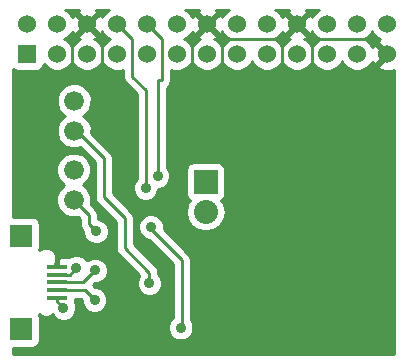
<source format=gbr>
G04 #@! TF.FileFunction,Copper,L2,Bot,Signal*
%FSLAX46Y46*%
G04 Gerber Fmt 4.6, Leading zero omitted, Abs format (unit mm)*
G04 Created by KiCad (PCBNEW 4.0.1-stable) date 7/13/2016 11:34:53 AM*
%MOMM*%
G01*
G04 APERTURE LIST*
%ADD10C,0.150000*%
%ADD11R,1.524000X1.524000*%
%ADD12C,1.524000*%
%ADD13C,1.676400*%
%ADD14R,2.032000X2.032000*%
%ADD15O,2.032000X2.032000*%
%ADD16R,1.800000X0.400000*%
%ADD17R,1.900000X1.900000*%
%ADD18C,0.889000*%
%ADD19C,0.254000*%
G04 APERTURE END LIST*
D10*
D11*
X1905000Y-4445000D03*
D12*
X1905000Y-1905000D03*
X4445000Y-4445000D03*
X4445000Y-1905000D03*
X6985000Y-4445000D03*
X6985000Y-1905000D03*
X9525000Y-4445000D03*
X9525000Y-1905000D03*
X12065000Y-4445000D03*
X12065000Y-1905000D03*
X14605000Y-4445000D03*
X14605000Y-1905000D03*
X17145000Y-4445000D03*
X17145000Y-1905000D03*
X19685000Y-4445000D03*
X19685000Y-1905000D03*
X22225000Y-4445000D03*
X22225000Y-1905000D03*
X24765000Y-4445000D03*
X24765000Y-1905000D03*
X27305000Y-4445000D03*
X27305000Y-1905000D03*
X29845000Y-4445000D03*
X29845000Y-1905000D03*
X32385000Y-4445000D03*
X32385000Y-1905000D03*
D13*
X5842000Y-14224000D03*
X5842000Y-16764000D03*
X5880000Y-8380000D03*
X5880000Y-10920000D03*
D14*
X17018000Y-15240000D03*
D15*
X17018000Y-17780000D03*
D16*
X4400000Y-25030000D03*
X4400000Y-24380000D03*
X4400000Y-23730000D03*
X4400000Y-23080000D03*
X4400000Y-22430000D03*
D17*
X1375000Y-27680000D03*
X1375000Y-19780000D03*
D18*
X12382500Y-19050000D03*
X14908000Y-27584000D03*
X4980000Y-25900000D03*
X7620000Y-25240000D03*
X7650000Y-22740000D03*
X4622800Y-29083000D03*
X5840000Y-19600000D03*
X10858500Y-24257000D03*
X9652000Y-22860000D03*
X3790000Y-18960000D03*
X11938000Y-15748000D03*
X12255500Y-23812500D03*
X7747000Y-19431000D03*
X12954000Y-14732000D03*
X6080000Y-22500000D03*
D19*
X12382500Y-19240500D02*
X14986000Y-21844000D01*
X12382500Y-19050000D02*
X12382500Y-19240500D01*
X14908000Y-27584000D02*
X14986000Y-27506000D01*
X14986000Y-27506000D02*
X14986000Y-21844000D01*
X4400000Y-25030000D02*
X4400000Y-25320000D01*
X4400000Y-25320000D02*
X4980000Y-25900000D01*
X4400000Y-24380000D02*
X6770000Y-24390000D01*
X6770000Y-24390000D02*
X7620000Y-25240000D01*
X7620000Y-25240000D02*
X6770000Y-24390000D01*
X6770000Y-24390000D02*
X4000000Y-24380000D01*
X4400000Y-23730000D02*
X6650000Y-23740000D01*
X6650000Y-23740000D02*
X7650000Y-22740000D01*
X6650000Y-23740000D02*
X7650000Y-22740000D01*
X4000000Y-23730000D02*
X6650000Y-23740000D01*
X4400000Y-22430000D02*
X4360000Y-21080000D01*
X4360000Y-21080000D02*
X5840000Y-19600000D01*
X23495000Y-3175000D02*
X18415000Y-3175000D01*
X31242000Y-3175000D02*
X26035000Y-3175000D01*
X8255000Y-5207000D02*
X8255000Y-3175000D01*
X8255000Y-3175000D02*
X6985000Y-1905000D01*
X26035000Y-5334000D02*
X26035000Y-3175000D01*
X26035000Y-3175000D02*
X24765000Y-1905000D01*
X18415000Y-5334000D02*
X18415000Y-3175000D01*
X18415000Y-3175000D02*
X17145000Y-1905000D01*
X5715000Y-5080000D02*
X5715000Y-3175000D01*
X5715000Y-3175000D02*
X6985000Y-1905000D01*
X23495000Y-5461000D02*
X23495000Y-3175000D01*
X23495000Y-3175000D02*
X24765000Y-1905000D01*
X15875000Y-5207000D02*
X15875000Y-3175000D01*
X15875000Y-3175000D02*
X17145000Y-1905000D01*
X4000000Y-22430000D02*
X4030000Y-22430000D01*
X11938000Y-8890000D02*
X11938000Y-7493000D01*
X11938000Y-15748000D02*
X11938000Y-8890000D01*
X11938000Y-7493000D02*
X10795000Y-6350000D01*
X10795000Y-6350000D02*
X10795000Y-3175000D01*
X10795000Y-3175000D02*
X9525000Y-1905000D01*
X5880000Y-10920000D02*
X6094000Y-10920000D01*
X6094000Y-10920000D02*
X8382000Y-13208000D01*
X8382000Y-13208000D02*
X8382000Y-14478000D01*
X12255500Y-22923500D02*
X12255500Y-23812500D01*
X10160000Y-20828000D02*
X12255500Y-22923500D01*
X10160000Y-18288000D02*
X10160000Y-20828000D01*
X8382000Y-16510000D02*
X10160000Y-18288000D01*
X8382000Y-14478000D02*
X8382000Y-16510000D01*
X7112000Y-18796000D02*
X7112000Y-18034000D01*
X7747000Y-19431000D02*
X7112000Y-18796000D01*
X7112000Y-18034000D02*
X5842000Y-16764000D01*
X12954000Y-6604000D02*
X13335000Y-6604000D01*
X12954000Y-14732000D02*
X12954000Y-6604000D01*
X12065000Y-1905000D02*
X12089000Y-1905000D01*
X12089000Y-1905000D02*
X13335000Y-3151000D01*
X13335000Y-3151000D02*
X13335000Y-6604000D01*
X4400000Y-23080000D02*
X5500000Y-23080000D01*
X5500000Y-23080000D02*
X6080000Y-22500000D01*
X4000000Y-23080000D02*
X5280000Y-23080000D01*
G36*
X31199990Y-2695303D02*
X31592630Y-3088629D01*
X31784727Y-3168395D01*
X31653857Y-3222603D01*
X31584392Y-3464787D01*
X32385000Y-4265395D01*
X32399143Y-4251253D01*
X32578748Y-4430858D01*
X32564605Y-4445000D01*
X32578748Y-4459143D01*
X32399143Y-4638748D01*
X32385000Y-4624605D01*
X31584392Y-5425213D01*
X31653857Y-5667397D01*
X32177302Y-5854144D01*
X32732368Y-5826362D01*
X32970000Y-5727931D01*
X32970000Y-29795000D01*
X685000Y-29795000D01*
X685000Y-29277440D01*
X2325000Y-29277440D01*
X2560317Y-29233162D01*
X2776441Y-29094090D01*
X2921431Y-28881890D01*
X2972440Y-28630000D01*
X2972440Y-26730000D01*
X2928162Y-26494683D01*
X2883952Y-26425979D01*
X2958853Y-26501011D01*
X3293196Y-26639842D01*
X3655216Y-26640158D01*
X3989800Y-26501910D01*
X4039984Y-26451814D01*
X4064311Y-26510689D01*
X4367714Y-26814622D01*
X4764332Y-26979313D01*
X5193784Y-26979687D01*
X5590689Y-26815689D01*
X5894622Y-26512286D01*
X6059313Y-26115668D01*
X6059687Y-25686216D01*
X5922359Y-25353856D01*
X5947440Y-25230000D01*
X5947440Y-25149035D01*
X6453231Y-25150861D01*
X6540501Y-25238131D01*
X6540313Y-25453784D01*
X6704311Y-25850689D01*
X7007714Y-26154622D01*
X7404332Y-26319313D01*
X7833784Y-26319687D01*
X8230689Y-26155689D01*
X8534622Y-25852286D01*
X8699313Y-25455668D01*
X8699687Y-25026216D01*
X8535689Y-24629311D01*
X8232286Y-24325378D01*
X7835668Y-24160687D01*
X7618128Y-24160498D01*
X7462630Y-24005000D01*
X7648131Y-23819499D01*
X7863784Y-23819687D01*
X8260689Y-23655689D01*
X8564622Y-23352286D01*
X8729313Y-22955668D01*
X8729687Y-22526216D01*
X8565689Y-22129311D01*
X8262286Y-21825378D01*
X7865668Y-21660687D01*
X7436216Y-21660313D01*
X7039311Y-21824311D01*
X6984962Y-21878565D01*
X6692286Y-21585378D01*
X6295668Y-21420687D01*
X5866216Y-21420313D01*
X5469311Y-21584311D01*
X5449133Y-21604454D01*
X5426310Y-21595000D01*
X4685750Y-21595000D01*
X4527000Y-21753750D01*
X4527000Y-22232560D01*
X4273000Y-22232560D01*
X4273000Y-22181150D01*
X4384842Y-21911804D01*
X4385158Y-21549784D01*
X4246910Y-21215200D01*
X3991147Y-20958989D01*
X3656804Y-20820158D01*
X3294784Y-20819842D01*
X2960200Y-20958090D01*
X2889406Y-21028760D01*
X2921431Y-20981890D01*
X2972440Y-20730000D01*
X2972440Y-18830000D01*
X2928162Y-18594683D01*
X2789090Y-18378559D01*
X2576890Y-18233569D01*
X2325000Y-18182560D01*
X685000Y-18182560D01*
X685000Y-14515752D01*
X4368545Y-14515752D01*
X4592353Y-15057411D01*
X5006409Y-15472190D01*
X5058392Y-15493775D01*
X5008589Y-15514353D01*
X4593810Y-15928409D01*
X4369056Y-16469677D01*
X4368545Y-17055752D01*
X4592353Y-17597411D01*
X5006409Y-18012190D01*
X5547677Y-18236944D01*
X6133752Y-18237455D01*
X6207396Y-18207026D01*
X6350000Y-18349631D01*
X6350000Y-18796000D01*
X6408004Y-19087605D01*
X6526982Y-19265668D01*
X6573185Y-19334815D01*
X6667501Y-19429131D01*
X6667313Y-19644784D01*
X6831311Y-20041689D01*
X7134714Y-20345622D01*
X7531332Y-20510313D01*
X7960784Y-20510687D01*
X8357689Y-20346689D01*
X8661622Y-20043286D01*
X8826313Y-19646668D01*
X8826687Y-19217216D01*
X8662689Y-18820311D01*
X8359286Y-18516378D01*
X7962668Y-18351687D01*
X7874000Y-18351610D01*
X7874000Y-18034000D01*
X7815996Y-17742395D01*
X7720577Y-17599591D01*
X7650815Y-17495184D01*
X7285313Y-17129682D01*
X7314944Y-17058323D01*
X7315455Y-16472248D01*
X7091647Y-15930589D01*
X6677591Y-15515810D01*
X6625608Y-15494225D01*
X6675411Y-15473647D01*
X7090190Y-15059591D01*
X7314944Y-14518323D01*
X7315455Y-13932248D01*
X7091647Y-13390589D01*
X6677591Y-12975810D01*
X6136323Y-12751056D01*
X5550248Y-12750545D01*
X5008589Y-12974353D01*
X4593810Y-13388409D01*
X4369056Y-13929677D01*
X4368545Y-14515752D01*
X685000Y-14515752D01*
X685000Y-8671752D01*
X4406545Y-8671752D01*
X4630353Y-9213411D01*
X5044409Y-9628190D01*
X5096392Y-9649775D01*
X5046589Y-9670353D01*
X4631810Y-10084409D01*
X4407056Y-10625677D01*
X4406545Y-11211752D01*
X4630353Y-11753411D01*
X5044409Y-12168190D01*
X5585677Y-12392944D01*
X6171752Y-12393455D01*
X6396826Y-12300457D01*
X7620000Y-13523631D01*
X7620000Y-16510000D01*
X7678004Y-16801605D01*
X7843185Y-17048815D01*
X9398000Y-18603631D01*
X9398000Y-20828000D01*
X9456004Y-21119605D01*
X9518979Y-21213853D01*
X9621185Y-21366815D01*
X11397780Y-23143411D01*
X11340878Y-23200214D01*
X11176187Y-23596832D01*
X11175813Y-24026284D01*
X11339811Y-24423189D01*
X11643214Y-24727122D01*
X12039832Y-24891813D01*
X12469284Y-24892187D01*
X12866189Y-24728189D01*
X13170122Y-24424786D01*
X13334813Y-24028168D01*
X13335187Y-23598716D01*
X13171189Y-23201811D01*
X13017500Y-23047854D01*
X13017500Y-22923500D01*
X12959497Y-22631896D01*
X12794316Y-22384685D01*
X10922000Y-20512370D01*
X10922000Y-19263784D01*
X11302813Y-19263784D01*
X11466811Y-19660689D01*
X11770214Y-19964622D01*
X12166832Y-20129313D01*
X12193706Y-20129336D01*
X14224000Y-22159630D01*
X14224000Y-26741494D01*
X13993378Y-26971714D01*
X13828687Y-27368332D01*
X13828313Y-27797784D01*
X13992311Y-28194689D01*
X14295714Y-28498622D01*
X14692332Y-28663313D01*
X15121784Y-28663687D01*
X15518689Y-28499689D01*
X15822622Y-28196286D01*
X15987313Y-27799668D01*
X15987687Y-27370216D01*
X15823689Y-26973311D01*
X15748000Y-26897490D01*
X15748000Y-21844000D01*
X15689996Y-21552395D01*
X15524815Y-21305185D01*
X13461833Y-19242203D01*
X13462187Y-18836216D01*
X13298189Y-18439311D01*
X12994786Y-18135378D01*
X12598168Y-17970687D01*
X12168716Y-17970313D01*
X11771811Y-18134311D01*
X11467878Y-18437714D01*
X11303187Y-18834332D01*
X11302813Y-19263784D01*
X10922000Y-19263784D01*
X10922000Y-18288000D01*
X10863996Y-17996395D01*
X10797834Y-17897377D01*
X10719406Y-17780000D01*
X15334655Y-17780000D01*
X15460330Y-18411810D01*
X15818222Y-18947433D01*
X16353845Y-19305325D01*
X16985655Y-19431000D01*
X17050345Y-19431000D01*
X17682155Y-19305325D01*
X18217778Y-18947433D01*
X18575670Y-18411810D01*
X18701345Y-17780000D01*
X18575670Y-17148190D01*
X18348501Y-16808208D01*
X18485441Y-16720090D01*
X18630431Y-16507890D01*
X18681440Y-16256000D01*
X18681440Y-14224000D01*
X18637162Y-13988683D01*
X18498090Y-13772559D01*
X18285890Y-13627569D01*
X18034000Y-13576560D01*
X16002000Y-13576560D01*
X15766683Y-13620838D01*
X15550559Y-13759910D01*
X15405569Y-13972110D01*
X15354560Y-14224000D01*
X15354560Y-16256000D01*
X15398838Y-16491317D01*
X15537910Y-16707441D01*
X15686837Y-16809198D01*
X15460330Y-17148190D01*
X15334655Y-17780000D01*
X10719406Y-17780000D01*
X10698816Y-17749185D01*
X9144000Y-16194370D01*
X9144000Y-13208000D01*
X9085996Y-12916395D01*
X8975520Y-12751056D01*
X8920816Y-12669185D01*
X7353042Y-11101412D01*
X7353455Y-10628248D01*
X7129647Y-10086589D01*
X6715591Y-9671810D01*
X6663608Y-9650225D01*
X6713411Y-9629647D01*
X7128190Y-9215591D01*
X7352944Y-8674323D01*
X7353455Y-8088248D01*
X7129647Y-7546589D01*
X6715591Y-7131810D01*
X6174323Y-6907056D01*
X5588248Y-6906545D01*
X5046589Y-7130353D01*
X4631810Y-7544409D01*
X4407056Y-8085677D01*
X4406545Y-8671752D01*
X685000Y-8671752D01*
X685000Y-5662602D01*
X891110Y-5803431D01*
X1143000Y-5854440D01*
X2667000Y-5854440D01*
X2902317Y-5810162D01*
X3118441Y-5671090D01*
X3263431Y-5458890D01*
X3300492Y-5275876D01*
X3652630Y-5628629D01*
X4165900Y-5841757D01*
X4721661Y-5842242D01*
X5235303Y-5630010D01*
X5628629Y-5237370D01*
X5714949Y-5029488D01*
X5799990Y-5235303D01*
X6192630Y-5628629D01*
X6705900Y-5841757D01*
X7261661Y-5842242D01*
X7775303Y-5630010D01*
X8168629Y-5237370D01*
X8254949Y-5029488D01*
X8339990Y-5235303D01*
X8732630Y-5628629D01*
X9245900Y-5841757D01*
X9801661Y-5842242D01*
X10033000Y-5746655D01*
X10033000Y-6350000D01*
X10091004Y-6641605D01*
X10150736Y-6731000D01*
X10256185Y-6888815D01*
X11176000Y-7808630D01*
X11176000Y-14983358D01*
X11023378Y-15135714D01*
X10858687Y-15532332D01*
X10858313Y-15961784D01*
X11022311Y-16358689D01*
X11325714Y-16662622D01*
X11722332Y-16827313D01*
X12151784Y-16827687D01*
X12548689Y-16663689D01*
X12852622Y-16360286D01*
X13017313Y-15963668D01*
X13017445Y-15811556D01*
X13167784Y-15811687D01*
X13564689Y-15647689D01*
X13868622Y-15344286D01*
X14033313Y-14947668D01*
X14033687Y-14518216D01*
X13869689Y-14121311D01*
X13716000Y-13967354D01*
X13716000Y-7248264D01*
X13873815Y-7142815D01*
X14038996Y-6895605D01*
X14097000Y-6604000D01*
X14097000Y-5746710D01*
X14325900Y-5841757D01*
X14881661Y-5842242D01*
X15395303Y-5630010D01*
X15788629Y-5237370D01*
X15874949Y-5029488D01*
X15959990Y-5235303D01*
X16352630Y-5628629D01*
X16865900Y-5841757D01*
X17421661Y-5842242D01*
X17935303Y-5630010D01*
X18328629Y-5237370D01*
X18414949Y-5029488D01*
X18499990Y-5235303D01*
X18892630Y-5628629D01*
X19405900Y-5841757D01*
X19961661Y-5842242D01*
X20475303Y-5630010D01*
X20868629Y-5237370D01*
X20954949Y-5029488D01*
X21039990Y-5235303D01*
X21432630Y-5628629D01*
X21945900Y-5841757D01*
X22501661Y-5842242D01*
X23015303Y-5630010D01*
X23408629Y-5237370D01*
X23494949Y-5029488D01*
X23579990Y-5235303D01*
X23972630Y-5628629D01*
X24485900Y-5841757D01*
X25041661Y-5842242D01*
X25555303Y-5630010D01*
X25948629Y-5237370D01*
X26034949Y-5029488D01*
X26119990Y-5235303D01*
X26512630Y-5628629D01*
X27025900Y-5841757D01*
X27581661Y-5842242D01*
X28095303Y-5630010D01*
X28488629Y-5237370D01*
X28574949Y-5029488D01*
X28659990Y-5235303D01*
X29052630Y-5628629D01*
X29565900Y-5841757D01*
X30121661Y-5842242D01*
X30635303Y-5630010D01*
X31028629Y-5237370D01*
X31108395Y-5045273D01*
X31162603Y-5176143D01*
X31404787Y-5245608D01*
X32205395Y-4445000D01*
X31404787Y-3644392D01*
X31162603Y-3713857D01*
X31112491Y-3854318D01*
X31030010Y-3654697D01*
X30637370Y-3261371D01*
X30429488Y-3175051D01*
X30635303Y-3090010D01*
X31028629Y-2697370D01*
X31114949Y-2489488D01*
X31199990Y-2695303D01*
X31199990Y-2695303D01*
G37*
X31199990Y-2695303D02*
X31592630Y-3088629D01*
X31784727Y-3168395D01*
X31653857Y-3222603D01*
X31584392Y-3464787D01*
X32385000Y-4265395D01*
X32399143Y-4251253D01*
X32578748Y-4430858D01*
X32564605Y-4445000D01*
X32578748Y-4459143D01*
X32399143Y-4638748D01*
X32385000Y-4624605D01*
X31584392Y-5425213D01*
X31653857Y-5667397D01*
X32177302Y-5854144D01*
X32732368Y-5826362D01*
X32970000Y-5727931D01*
X32970000Y-29795000D01*
X685000Y-29795000D01*
X685000Y-29277440D01*
X2325000Y-29277440D01*
X2560317Y-29233162D01*
X2776441Y-29094090D01*
X2921431Y-28881890D01*
X2972440Y-28630000D01*
X2972440Y-26730000D01*
X2928162Y-26494683D01*
X2883952Y-26425979D01*
X2958853Y-26501011D01*
X3293196Y-26639842D01*
X3655216Y-26640158D01*
X3989800Y-26501910D01*
X4039984Y-26451814D01*
X4064311Y-26510689D01*
X4367714Y-26814622D01*
X4764332Y-26979313D01*
X5193784Y-26979687D01*
X5590689Y-26815689D01*
X5894622Y-26512286D01*
X6059313Y-26115668D01*
X6059687Y-25686216D01*
X5922359Y-25353856D01*
X5947440Y-25230000D01*
X5947440Y-25149035D01*
X6453231Y-25150861D01*
X6540501Y-25238131D01*
X6540313Y-25453784D01*
X6704311Y-25850689D01*
X7007714Y-26154622D01*
X7404332Y-26319313D01*
X7833784Y-26319687D01*
X8230689Y-26155689D01*
X8534622Y-25852286D01*
X8699313Y-25455668D01*
X8699687Y-25026216D01*
X8535689Y-24629311D01*
X8232286Y-24325378D01*
X7835668Y-24160687D01*
X7618128Y-24160498D01*
X7462630Y-24005000D01*
X7648131Y-23819499D01*
X7863784Y-23819687D01*
X8260689Y-23655689D01*
X8564622Y-23352286D01*
X8729313Y-22955668D01*
X8729687Y-22526216D01*
X8565689Y-22129311D01*
X8262286Y-21825378D01*
X7865668Y-21660687D01*
X7436216Y-21660313D01*
X7039311Y-21824311D01*
X6984962Y-21878565D01*
X6692286Y-21585378D01*
X6295668Y-21420687D01*
X5866216Y-21420313D01*
X5469311Y-21584311D01*
X5449133Y-21604454D01*
X5426310Y-21595000D01*
X4685750Y-21595000D01*
X4527000Y-21753750D01*
X4527000Y-22232560D01*
X4273000Y-22232560D01*
X4273000Y-22181150D01*
X4384842Y-21911804D01*
X4385158Y-21549784D01*
X4246910Y-21215200D01*
X3991147Y-20958989D01*
X3656804Y-20820158D01*
X3294784Y-20819842D01*
X2960200Y-20958090D01*
X2889406Y-21028760D01*
X2921431Y-20981890D01*
X2972440Y-20730000D01*
X2972440Y-18830000D01*
X2928162Y-18594683D01*
X2789090Y-18378559D01*
X2576890Y-18233569D01*
X2325000Y-18182560D01*
X685000Y-18182560D01*
X685000Y-14515752D01*
X4368545Y-14515752D01*
X4592353Y-15057411D01*
X5006409Y-15472190D01*
X5058392Y-15493775D01*
X5008589Y-15514353D01*
X4593810Y-15928409D01*
X4369056Y-16469677D01*
X4368545Y-17055752D01*
X4592353Y-17597411D01*
X5006409Y-18012190D01*
X5547677Y-18236944D01*
X6133752Y-18237455D01*
X6207396Y-18207026D01*
X6350000Y-18349631D01*
X6350000Y-18796000D01*
X6408004Y-19087605D01*
X6526982Y-19265668D01*
X6573185Y-19334815D01*
X6667501Y-19429131D01*
X6667313Y-19644784D01*
X6831311Y-20041689D01*
X7134714Y-20345622D01*
X7531332Y-20510313D01*
X7960784Y-20510687D01*
X8357689Y-20346689D01*
X8661622Y-20043286D01*
X8826313Y-19646668D01*
X8826687Y-19217216D01*
X8662689Y-18820311D01*
X8359286Y-18516378D01*
X7962668Y-18351687D01*
X7874000Y-18351610D01*
X7874000Y-18034000D01*
X7815996Y-17742395D01*
X7720577Y-17599591D01*
X7650815Y-17495184D01*
X7285313Y-17129682D01*
X7314944Y-17058323D01*
X7315455Y-16472248D01*
X7091647Y-15930589D01*
X6677591Y-15515810D01*
X6625608Y-15494225D01*
X6675411Y-15473647D01*
X7090190Y-15059591D01*
X7314944Y-14518323D01*
X7315455Y-13932248D01*
X7091647Y-13390589D01*
X6677591Y-12975810D01*
X6136323Y-12751056D01*
X5550248Y-12750545D01*
X5008589Y-12974353D01*
X4593810Y-13388409D01*
X4369056Y-13929677D01*
X4368545Y-14515752D01*
X685000Y-14515752D01*
X685000Y-8671752D01*
X4406545Y-8671752D01*
X4630353Y-9213411D01*
X5044409Y-9628190D01*
X5096392Y-9649775D01*
X5046589Y-9670353D01*
X4631810Y-10084409D01*
X4407056Y-10625677D01*
X4406545Y-11211752D01*
X4630353Y-11753411D01*
X5044409Y-12168190D01*
X5585677Y-12392944D01*
X6171752Y-12393455D01*
X6396826Y-12300457D01*
X7620000Y-13523631D01*
X7620000Y-16510000D01*
X7678004Y-16801605D01*
X7843185Y-17048815D01*
X9398000Y-18603631D01*
X9398000Y-20828000D01*
X9456004Y-21119605D01*
X9518979Y-21213853D01*
X9621185Y-21366815D01*
X11397780Y-23143411D01*
X11340878Y-23200214D01*
X11176187Y-23596832D01*
X11175813Y-24026284D01*
X11339811Y-24423189D01*
X11643214Y-24727122D01*
X12039832Y-24891813D01*
X12469284Y-24892187D01*
X12866189Y-24728189D01*
X13170122Y-24424786D01*
X13334813Y-24028168D01*
X13335187Y-23598716D01*
X13171189Y-23201811D01*
X13017500Y-23047854D01*
X13017500Y-22923500D01*
X12959497Y-22631896D01*
X12794316Y-22384685D01*
X10922000Y-20512370D01*
X10922000Y-19263784D01*
X11302813Y-19263784D01*
X11466811Y-19660689D01*
X11770214Y-19964622D01*
X12166832Y-20129313D01*
X12193706Y-20129336D01*
X14224000Y-22159630D01*
X14224000Y-26741494D01*
X13993378Y-26971714D01*
X13828687Y-27368332D01*
X13828313Y-27797784D01*
X13992311Y-28194689D01*
X14295714Y-28498622D01*
X14692332Y-28663313D01*
X15121784Y-28663687D01*
X15518689Y-28499689D01*
X15822622Y-28196286D01*
X15987313Y-27799668D01*
X15987687Y-27370216D01*
X15823689Y-26973311D01*
X15748000Y-26897490D01*
X15748000Y-21844000D01*
X15689996Y-21552395D01*
X15524815Y-21305185D01*
X13461833Y-19242203D01*
X13462187Y-18836216D01*
X13298189Y-18439311D01*
X12994786Y-18135378D01*
X12598168Y-17970687D01*
X12168716Y-17970313D01*
X11771811Y-18134311D01*
X11467878Y-18437714D01*
X11303187Y-18834332D01*
X11302813Y-19263784D01*
X10922000Y-19263784D01*
X10922000Y-18288000D01*
X10863996Y-17996395D01*
X10797834Y-17897377D01*
X10719406Y-17780000D01*
X15334655Y-17780000D01*
X15460330Y-18411810D01*
X15818222Y-18947433D01*
X16353845Y-19305325D01*
X16985655Y-19431000D01*
X17050345Y-19431000D01*
X17682155Y-19305325D01*
X18217778Y-18947433D01*
X18575670Y-18411810D01*
X18701345Y-17780000D01*
X18575670Y-17148190D01*
X18348501Y-16808208D01*
X18485441Y-16720090D01*
X18630431Y-16507890D01*
X18681440Y-16256000D01*
X18681440Y-14224000D01*
X18637162Y-13988683D01*
X18498090Y-13772559D01*
X18285890Y-13627569D01*
X18034000Y-13576560D01*
X16002000Y-13576560D01*
X15766683Y-13620838D01*
X15550559Y-13759910D01*
X15405569Y-13972110D01*
X15354560Y-14224000D01*
X15354560Y-16256000D01*
X15398838Y-16491317D01*
X15537910Y-16707441D01*
X15686837Y-16809198D01*
X15460330Y-17148190D01*
X15334655Y-17780000D01*
X10719406Y-17780000D01*
X10698816Y-17749185D01*
X9144000Y-16194370D01*
X9144000Y-13208000D01*
X9085996Y-12916395D01*
X8975520Y-12751056D01*
X8920816Y-12669185D01*
X7353042Y-11101412D01*
X7353455Y-10628248D01*
X7129647Y-10086589D01*
X6715591Y-9671810D01*
X6663608Y-9650225D01*
X6713411Y-9629647D01*
X7128190Y-9215591D01*
X7352944Y-8674323D01*
X7353455Y-8088248D01*
X7129647Y-7546589D01*
X6715591Y-7131810D01*
X6174323Y-6907056D01*
X5588248Y-6906545D01*
X5046589Y-7130353D01*
X4631810Y-7544409D01*
X4407056Y-8085677D01*
X4406545Y-8671752D01*
X685000Y-8671752D01*
X685000Y-5662602D01*
X891110Y-5803431D01*
X1143000Y-5854440D01*
X2667000Y-5854440D01*
X2902317Y-5810162D01*
X3118441Y-5671090D01*
X3263431Y-5458890D01*
X3300492Y-5275876D01*
X3652630Y-5628629D01*
X4165900Y-5841757D01*
X4721661Y-5842242D01*
X5235303Y-5630010D01*
X5628629Y-5237370D01*
X5714949Y-5029488D01*
X5799990Y-5235303D01*
X6192630Y-5628629D01*
X6705900Y-5841757D01*
X7261661Y-5842242D01*
X7775303Y-5630010D01*
X8168629Y-5237370D01*
X8254949Y-5029488D01*
X8339990Y-5235303D01*
X8732630Y-5628629D01*
X9245900Y-5841757D01*
X9801661Y-5842242D01*
X10033000Y-5746655D01*
X10033000Y-6350000D01*
X10091004Y-6641605D01*
X10150736Y-6731000D01*
X10256185Y-6888815D01*
X11176000Y-7808630D01*
X11176000Y-14983358D01*
X11023378Y-15135714D01*
X10858687Y-15532332D01*
X10858313Y-15961784D01*
X11022311Y-16358689D01*
X11325714Y-16662622D01*
X11722332Y-16827313D01*
X12151784Y-16827687D01*
X12548689Y-16663689D01*
X12852622Y-16360286D01*
X13017313Y-15963668D01*
X13017445Y-15811556D01*
X13167784Y-15811687D01*
X13564689Y-15647689D01*
X13868622Y-15344286D01*
X14033313Y-14947668D01*
X14033687Y-14518216D01*
X13869689Y-14121311D01*
X13716000Y-13967354D01*
X13716000Y-7248264D01*
X13873815Y-7142815D01*
X14038996Y-6895605D01*
X14097000Y-6604000D01*
X14097000Y-5746710D01*
X14325900Y-5841757D01*
X14881661Y-5842242D01*
X15395303Y-5630010D01*
X15788629Y-5237370D01*
X15874949Y-5029488D01*
X15959990Y-5235303D01*
X16352630Y-5628629D01*
X16865900Y-5841757D01*
X17421661Y-5842242D01*
X17935303Y-5630010D01*
X18328629Y-5237370D01*
X18414949Y-5029488D01*
X18499990Y-5235303D01*
X18892630Y-5628629D01*
X19405900Y-5841757D01*
X19961661Y-5842242D01*
X20475303Y-5630010D01*
X20868629Y-5237370D01*
X20954949Y-5029488D01*
X21039990Y-5235303D01*
X21432630Y-5628629D01*
X21945900Y-5841757D01*
X22501661Y-5842242D01*
X23015303Y-5630010D01*
X23408629Y-5237370D01*
X23494949Y-5029488D01*
X23579990Y-5235303D01*
X23972630Y-5628629D01*
X24485900Y-5841757D01*
X25041661Y-5842242D01*
X25555303Y-5630010D01*
X25948629Y-5237370D01*
X26034949Y-5029488D01*
X26119990Y-5235303D01*
X26512630Y-5628629D01*
X27025900Y-5841757D01*
X27581661Y-5842242D01*
X28095303Y-5630010D01*
X28488629Y-5237370D01*
X28574949Y-5029488D01*
X28659990Y-5235303D01*
X29052630Y-5628629D01*
X29565900Y-5841757D01*
X30121661Y-5842242D01*
X30635303Y-5630010D01*
X31028629Y-5237370D01*
X31108395Y-5045273D01*
X31162603Y-5176143D01*
X31404787Y-5245608D01*
X32205395Y-4445000D01*
X31404787Y-3644392D01*
X31162603Y-3713857D01*
X31112491Y-3854318D01*
X31030010Y-3654697D01*
X30637370Y-3261371D01*
X30429488Y-3175051D01*
X30635303Y-3090010D01*
X31028629Y-2697370D01*
X31114949Y-2489488D01*
X31199990Y-2695303D01*
G36*
X12258748Y-4430858D02*
X12244605Y-4445000D01*
X12258748Y-4459143D01*
X12079143Y-4638748D01*
X12065000Y-4624605D01*
X12050858Y-4638748D01*
X11871253Y-4459143D01*
X11885395Y-4445000D01*
X11871253Y-4430858D01*
X12050858Y-4251253D01*
X12065000Y-4265395D01*
X12079143Y-4251253D01*
X12258748Y-4430858D01*
X12258748Y-4430858D01*
G37*
X12258748Y-4430858D02*
X12244605Y-4445000D01*
X12258748Y-4459143D01*
X12079143Y-4638748D01*
X12065000Y-4624605D01*
X12050858Y-4638748D01*
X11871253Y-4459143D01*
X11885395Y-4445000D01*
X11871253Y-4430858D01*
X12050858Y-4251253D01*
X12065000Y-4265395D01*
X12079143Y-4251253D01*
X12258748Y-4430858D01*
G36*
X23964392Y-924787D02*
X24765000Y-1725395D01*
X25565608Y-924787D01*
X25496831Y-685000D01*
X26599379Y-685000D01*
X26514697Y-719990D01*
X26121371Y-1112630D01*
X26041605Y-1304727D01*
X25987397Y-1173857D01*
X25745213Y-1104392D01*
X24944605Y-1905000D01*
X25745213Y-2705608D01*
X25987397Y-2636143D01*
X26037509Y-2495682D01*
X26119990Y-2695303D01*
X26512630Y-3088629D01*
X26720512Y-3174949D01*
X26514697Y-3259990D01*
X26121371Y-3652630D01*
X26035051Y-3860512D01*
X25950010Y-3654697D01*
X25557370Y-3261371D01*
X25365273Y-3181605D01*
X25496143Y-3127397D01*
X25565608Y-2885213D01*
X24765000Y-2084605D01*
X23964392Y-2885213D01*
X24033857Y-3127397D01*
X24174318Y-3177509D01*
X23974697Y-3259990D01*
X23581371Y-3652630D01*
X23495051Y-3860512D01*
X23410010Y-3654697D01*
X23017370Y-3261371D01*
X22809488Y-3175051D01*
X23015303Y-3090010D01*
X23408629Y-2697370D01*
X23488395Y-2505273D01*
X23542603Y-2636143D01*
X23784787Y-2705608D01*
X24585395Y-1905000D01*
X23784787Y-1104392D01*
X23542603Y-1173857D01*
X23492491Y-1314318D01*
X23410010Y-1114697D01*
X23017370Y-721371D01*
X22929779Y-685000D01*
X24033169Y-685000D01*
X23964392Y-924787D01*
X23964392Y-924787D01*
G37*
X23964392Y-924787D02*
X24765000Y-1725395D01*
X25565608Y-924787D01*
X25496831Y-685000D01*
X26599379Y-685000D01*
X26514697Y-719990D01*
X26121371Y-1112630D01*
X26041605Y-1304727D01*
X25987397Y-1173857D01*
X25745213Y-1104392D01*
X24944605Y-1905000D01*
X25745213Y-2705608D01*
X25987397Y-2636143D01*
X26037509Y-2495682D01*
X26119990Y-2695303D01*
X26512630Y-3088629D01*
X26720512Y-3174949D01*
X26514697Y-3259990D01*
X26121371Y-3652630D01*
X26035051Y-3860512D01*
X25950010Y-3654697D01*
X25557370Y-3261371D01*
X25365273Y-3181605D01*
X25496143Y-3127397D01*
X25565608Y-2885213D01*
X24765000Y-2084605D01*
X23964392Y-2885213D01*
X24033857Y-3127397D01*
X24174318Y-3177509D01*
X23974697Y-3259990D01*
X23581371Y-3652630D01*
X23495051Y-3860512D01*
X23410010Y-3654697D01*
X23017370Y-3261371D01*
X22809488Y-3175051D01*
X23015303Y-3090010D01*
X23408629Y-2697370D01*
X23488395Y-2505273D01*
X23542603Y-2636143D01*
X23784787Y-2705608D01*
X24585395Y-1905000D01*
X23784787Y-1104392D01*
X23542603Y-1173857D01*
X23492491Y-1314318D01*
X23410010Y-1114697D01*
X23017370Y-721371D01*
X22929779Y-685000D01*
X24033169Y-685000D01*
X23964392Y-924787D01*
G36*
X6184392Y-924787D02*
X6985000Y-1725395D01*
X7785608Y-924787D01*
X7716831Y-685000D01*
X8819379Y-685000D01*
X8734697Y-719990D01*
X8341371Y-1112630D01*
X8261605Y-1304727D01*
X8207397Y-1173857D01*
X7965213Y-1104392D01*
X7164605Y-1905000D01*
X7965213Y-2705608D01*
X8207397Y-2636143D01*
X8257509Y-2495682D01*
X8339990Y-2695303D01*
X8732630Y-3088629D01*
X8940512Y-3174949D01*
X8734697Y-3259990D01*
X8341371Y-3652630D01*
X8255051Y-3860512D01*
X8170010Y-3654697D01*
X7777370Y-3261371D01*
X7585273Y-3181605D01*
X7716143Y-3127397D01*
X7785608Y-2885213D01*
X6985000Y-2084605D01*
X6184392Y-2885213D01*
X6253857Y-3127397D01*
X6394318Y-3177509D01*
X6194697Y-3259990D01*
X5801371Y-3652630D01*
X5715051Y-3860512D01*
X5630010Y-3654697D01*
X5237370Y-3261371D01*
X5029488Y-3175051D01*
X5235303Y-3090010D01*
X5628629Y-2697370D01*
X5708395Y-2505273D01*
X5762603Y-2636143D01*
X6004787Y-2705608D01*
X6805395Y-1905000D01*
X6004787Y-1104392D01*
X5762603Y-1173857D01*
X5712491Y-1314318D01*
X5630010Y-1114697D01*
X5237370Y-721371D01*
X5149779Y-685000D01*
X6253169Y-685000D01*
X6184392Y-924787D01*
X6184392Y-924787D01*
G37*
X6184392Y-924787D02*
X6985000Y-1725395D01*
X7785608Y-924787D01*
X7716831Y-685000D01*
X8819379Y-685000D01*
X8734697Y-719990D01*
X8341371Y-1112630D01*
X8261605Y-1304727D01*
X8207397Y-1173857D01*
X7965213Y-1104392D01*
X7164605Y-1905000D01*
X7965213Y-2705608D01*
X8207397Y-2636143D01*
X8257509Y-2495682D01*
X8339990Y-2695303D01*
X8732630Y-3088629D01*
X8940512Y-3174949D01*
X8734697Y-3259990D01*
X8341371Y-3652630D01*
X8255051Y-3860512D01*
X8170010Y-3654697D01*
X7777370Y-3261371D01*
X7585273Y-3181605D01*
X7716143Y-3127397D01*
X7785608Y-2885213D01*
X6985000Y-2084605D01*
X6184392Y-2885213D01*
X6253857Y-3127397D01*
X6394318Y-3177509D01*
X6194697Y-3259990D01*
X5801371Y-3652630D01*
X5715051Y-3860512D01*
X5630010Y-3654697D01*
X5237370Y-3261371D01*
X5029488Y-3175051D01*
X5235303Y-3090010D01*
X5628629Y-2697370D01*
X5708395Y-2505273D01*
X5762603Y-2636143D01*
X6004787Y-2705608D01*
X6805395Y-1905000D01*
X6004787Y-1104392D01*
X5762603Y-1173857D01*
X5712491Y-1314318D01*
X5630010Y-1114697D01*
X5237370Y-721371D01*
X5149779Y-685000D01*
X6253169Y-685000D01*
X6184392Y-924787D01*
G36*
X16344392Y-924787D02*
X17145000Y-1725395D01*
X17945608Y-924787D01*
X17876831Y-685000D01*
X18979379Y-685000D01*
X18894697Y-719990D01*
X18501371Y-1112630D01*
X18421605Y-1304727D01*
X18367397Y-1173857D01*
X18125213Y-1104392D01*
X17324605Y-1905000D01*
X18125213Y-2705608D01*
X18367397Y-2636143D01*
X18417509Y-2495682D01*
X18499990Y-2695303D01*
X18892630Y-3088629D01*
X19100512Y-3174949D01*
X18894697Y-3259990D01*
X18501371Y-3652630D01*
X18415051Y-3860512D01*
X18330010Y-3654697D01*
X17937370Y-3261371D01*
X17745273Y-3181605D01*
X17876143Y-3127397D01*
X17945608Y-2885213D01*
X17145000Y-2084605D01*
X16344392Y-2885213D01*
X16413857Y-3127397D01*
X16554318Y-3177509D01*
X16354697Y-3259990D01*
X15961371Y-3652630D01*
X15875051Y-3860512D01*
X15790010Y-3654697D01*
X15397370Y-3261371D01*
X15189488Y-3175051D01*
X15395303Y-3090010D01*
X15788629Y-2697370D01*
X15868395Y-2505273D01*
X15922603Y-2636143D01*
X16164787Y-2705608D01*
X16965395Y-1905000D01*
X16164787Y-1104392D01*
X15922603Y-1173857D01*
X15872491Y-1314318D01*
X15790010Y-1114697D01*
X15397370Y-721371D01*
X15309779Y-685000D01*
X16413169Y-685000D01*
X16344392Y-924787D01*
X16344392Y-924787D01*
G37*
X16344392Y-924787D02*
X17145000Y-1725395D01*
X17945608Y-924787D01*
X17876831Y-685000D01*
X18979379Y-685000D01*
X18894697Y-719990D01*
X18501371Y-1112630D01*
X18421605Y-1304727D01*
X18367397Y-1173857D01*
X18125213Y-1104392D01*
X17324605Y-1905000D01*
X18125213Y-2705608D01*
X18367397Y-2636143D01*
X18417509Y-2495682D01*
X18499990Y-2695303D01*
X18892630Y-3088629D01*
X19100512Y-3174949D01*
X18894697Y-3259990D01*
X18501371Y-3652630D01*
X18415051Y-3860512D01*
X18330010Y-3654697D01*
X17937370Y-3261371D01*
X17745273Y-3181605D01*
X17876143Y-3127397D01*
X17945608Y-2885213D01*
X17145000Y-2084605D01*
X16344392Y-2885213D01*
X16413857Y-3127397D01*
X16554318Y-3177509D01*
X16354697Y-3259990D01*
X15961371Y-3652630D01*
X15875051Y-3860512D01*
X15790010Y-3654697D01*
X15397370Y-3261371D01*
X15189488Y-3175051D01*
X15395303Y-3090010D01*
X15788629Y-2697370D01*
X15868395Y-2505273D01*
X15922603Y-2636143D01*
X16164787Y-2705608D01*
X16965395Y-1905000D01*
X16164787Y-1104392D01*
X15922603Y-1173857D01*
X15872491Y-1314318D01*
X15790010Y-1114697D01*
X15397370Y-721371D01*
X15309779Y-685000D01*
X16413169Y-685000D01*
X16344392Y-924787D01*
M02*

</source>
